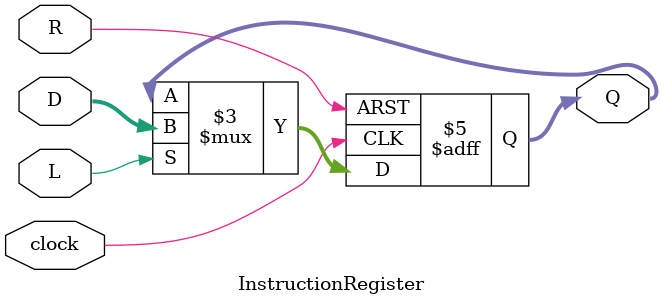
<source format=v>
module InstructionRegister(Q, D, L, R, clock);
	parameter N = 32; // number of bits
	output reg [N-1:0]Q; // registered output
	input [N-1:0]D; // data input
	input L; // load enable
	input R; // positive logic asynchronous reset
	input clock; // positive edge clock
	
	always @(posedge clock or posedge R) begin
		if(R)
			Q <= 0;
		else if(L)
			Q <= D;
		else
			Q <= Q;
	end
endmodule

</source>
